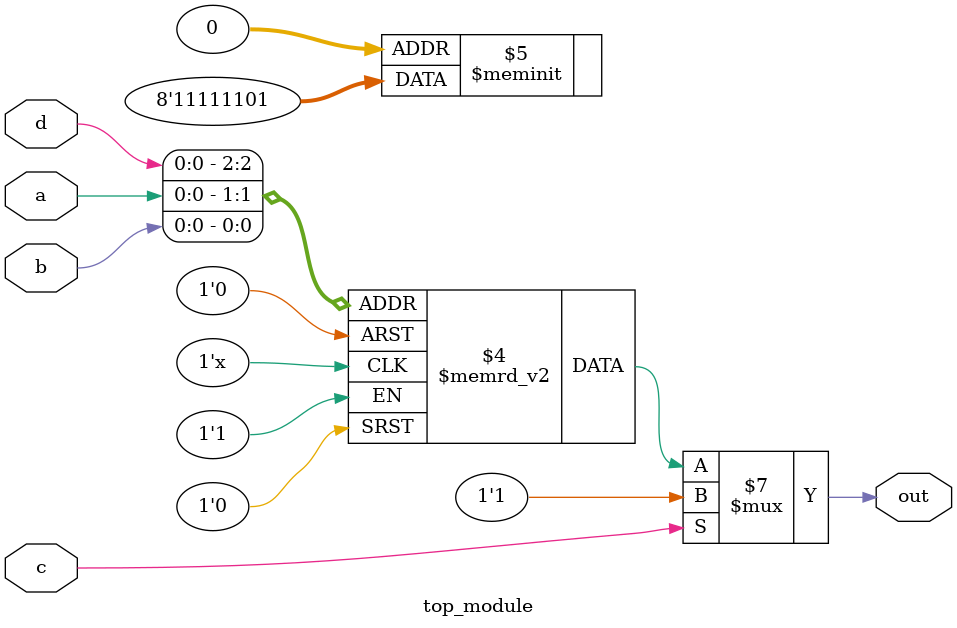
<source format=sv>
module top_module (
  input a,
  input b,
  input c,
  input d,
  output reg out
);
  
  always @* begin
    case({c, d, a, b})
      4'b0000: out = 1'b1;
      4'b0001: out = 1'b0;
      4'b0010: out = 1'b1;
      4'b0011: out = 1'b1;
      4'b0100: out = 1'b1;
      4'b0101: out = 1'b1;
      4'b0110: out = 1'b1;
      4'b0111: out = 1'b1;
      default: out = 1'b1;
    endcase
  end

endmodule

</source>
